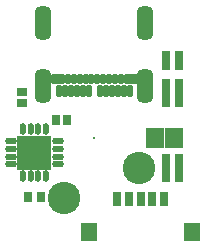
<source format=gbs>
G04*
G04 #@! TF.GenerationSoftware,Altium Limited,Altium Designer,20.0.14 (345)*
G04*
G04 Layer_Color=16711935*
%FSLAX25Y25*%
%MOIN*%
G70*
G01*
G75*
%ADD16R,0.02800X0.03200*%
G04:AMPARAMS|DCode=18|XSize=51.31mil|YSize=110.36mil|CornerRadius=14.83mil|HoleSize=0mil|Usage=FLASHONLY|Rotation=0.000|XOffset=0mil|YOffset=0mil|HoleType=Round|Shape=RoundedRectangle|*
%AMROUNDEDRECTD18*
21,1,0.05131,0.08071,0,0,0.0*
21,1,0.02165,0.11036,0,0,0.0*
1,1,0.02965,0.01083,-0.04035*
1,1,0.02965,-0.01083,-0.04035*
1,1,0.02965,-0.01083,0.04035*
1,1,0.02965,0.01083,0.04035*
%
%ADD18ROUNDEDRECTD18*%
%ADD19C,0.00800*%
%ADD20C,0.10800*%
%ADD35R,0.05918X0.06509*%
%ADD36R,0.03300X0.02769*%
%ADD37R,0.02769X0.03300*%
%ADD38R,0.11430X0.11430*%
G04:AMPARAMS|DCode=39|XSize=21.78mil|YSize=39.5mil|CornerRadius=10.89mil|HoleSize=0mil|Usage=FLASHONLY|Rotation=90.000|XOffset=0mil|YOffset=0mil|HoleType=Round|Shape=RoundedRectangle|*
%AMROUNDEDRECTD39*
21,1,0.02178,0.01772,0,0,90.0*
21,1,0.00000,0.03950,0,0,90.0*
1,1,0.02178,0.00886,0.00000*
1,1,0.02178,0.00886,0.00000*
1,1,0.02178,-0.00886,0.00000*
1,1,0.02178,-0.00886,0.00000*
%
%ADD39ROUNDEDRECTD39*%
G04:AMPARAMS|DCode=40|XSize=21.78mil|YSize=39.5mil|CornerRadius=10.89mil|HoleSize=0mil|Usage=FLASHONLY|Rotation=0.000|XOffset=0mil|YOffset=0mil|HoleType=Round|Shape=RoundedRectangle|*
%AMROUNDEDRECTD40*
21,1,0.02178,0.01772,0,0,0.0*
21,1,0.00000,0.03950,0,0,0.0*
1,1,0.02178,0.00000,-0.00886*
1,1,0.02178,0.00000,-0.00886*
1,1,0.02178,0.00000,0.00886*
1,1,0.02178,0.00000,0.00886*
%
%ADD40ROUNDEDRECTD40*%
%ADD41R,0.05761X0.05918*%
%ADD42R,0.02965X0.04737*%
G04:AMPARAMS|DCode=43|XSize=19.81mil|YSize=37.92mil|CornerRadius=5.18mil|HoleSize=0mil|Usage=FLASHONLY|Rotation=0.000|XOffset=0mil|YOffset=0mil|HoleType=Round|Shape=RoundedRectangle|*
%AMROUNDEDRECTD43*
21,1,0.01981,0.02756,0,0,0.0*
21,1,0.00945,0.03792,0,0,0.0*
1,1,0.01036,0.00472,-0.01378*
1,1,0.01036,-0.00472,-0.01378*
1,1,0.01036,-0.00472,0.01378*
1,1,0.01036,0.00472,0.01378*
%
%ADD43ROUNDEDRECTD43*%
G04:AMPARAMS|DCode=44|XSize=47.37mil|YSize=35.56mil|CornerRadius=6.76mil|HoleSize=0mil|Usage=FLASHONLY|Rotation=0.000|XOffset=0mil|YOffset=0mil|HoleType=Round|Shape=RoundedRectangle|*
%AMROUNDEDRECTD44*
21,1,0.04737,0.02205,0,0,0.0*
21,1,0.03386,0.03556,0,0,0.0*
1,1,0.01351,0.01693,-0.01102*
1,1,0.01351,-0.01693,-0.01102*
1,1,0.01351,-0.01693,0.01102*
1,1,0.01351,0.01693,0.01102*
%
%ADD44ROUNDEDRECTD44*%
G04:AMPARAMS|DCode=45|XSize=19.81mil|YSize=35.56mil|CornerRadius=6.95mil|HoleSize=0mil|Usage=FLASHONLY|Rotation=0.000|XOffset=0mil|YOffset=0mil|HoleType=Round|Shape=RoundedRectangle|*
%AMROUNDEDRECTD45*
21,1,0.01981,0.02165,0,0,0.0*
21,1,0.00591,0.03556,0,0,0.0*
1,1,0.01391,0.00295,-0.01083*
1,1,0.01391,-0.00295,-0.01083*
1,1,0.01391,-0.00295,0.01083*
1,1,0.01391,0.00295,0.01083*
%
%ADD45ROUNDEDRECTD45*%
D16*
X28200Y-10000D02*
D03*
X23800D02*
D03*
X28200Y-13000D02*
D03*
X23800D02*
D03*
X28200Y-7000D02*
D03*
X23800D02*
D03*
Y15000D02*
D03*
X28200D02*
D03*
X23800Y12000D02*
D03*
X28200D02*
D03*
X23800Y18000D02*
D03*
X28200D02*
D03*
Y27100D02*
D03*
X23800D02*
D03*
X28200Y24100D02*
D03*
X23800D02*
D03*
X-22200Y-19680D02*
D03*
X-17800D02*
D03*
D18*
X17008Y17126D02*
D03*
X-17008Y38228D02*
D03*
Y17126D02*
D03*
X17008Y38228D02*
D03*
D19*
X0Y0D02*
D03*
D20*
X-10000Y-20000D02*
D03*
X15000Y-10000D02*
D03*
D35*
X26641Y0D02*
D03*
X20342D02*
D03*
D36*
X-24200Y15172D02*
D03*
Y11628D02*
D03*
D37*
X-12772Y6000D02*
D03*
X-9228D02*
D03*
D38*
X-20000Y-5000D02*
D03*
D39*
X-12126Y-1161D02*
D03*
Y-3720D02*
D03*
Y-8839D02*
D03*
Y-6279D02*
D03*
X-27874Y-8839D02*
D03*
Y-6279D02*
D03*
Y-1161D02*
D03*
Y-3720D02*
D03*
D40*
X-16161Y-12874D02*
D03*
X-18721D02*
D03*
X-23839D02*
D03*
X-21280D02*
D03*
X-23839Y2874D02*
D03*
X-21280D02*
D03*
X-16161D02*
D03*
X-18721D02*
D03*
D41*
X32526Y-31521D02*
D03*
X-1726D02*
D03*
D42*
X11463Y-20300D02*
D03*
X23274D02*
D03*
X15400D02*
D03*
X19337D02*
D03*
X7526D02*
D03*
D43*
X-11811Y15630D02*
D03*
X-9843D02*
D03*
X-7874D02*
D03*
X-5906D02*
D03*
X-1969D02*
D03*
X1969D02*
D03*
X3937D02*
D03*
X5906D02*
D03*
X7874D02*
D03*
X-3937D02*
D03*
X9843D02*
D03*
X11811D02*
D03*
D44*
X12205Y19567D02*
D03*
X-12205D02*
D03*
D45*
X8858D02*
D03*
X6890D02*
D03*
X4921D02*
D03*
X2953D02*
D03*
X984D02*
D03*
X-984D02*
D03*
X-2953D02*
D03*
X-4921D02*
D03*
X-6890D02*
D03*
X-8858D02*
D03*
M02*

</source>
